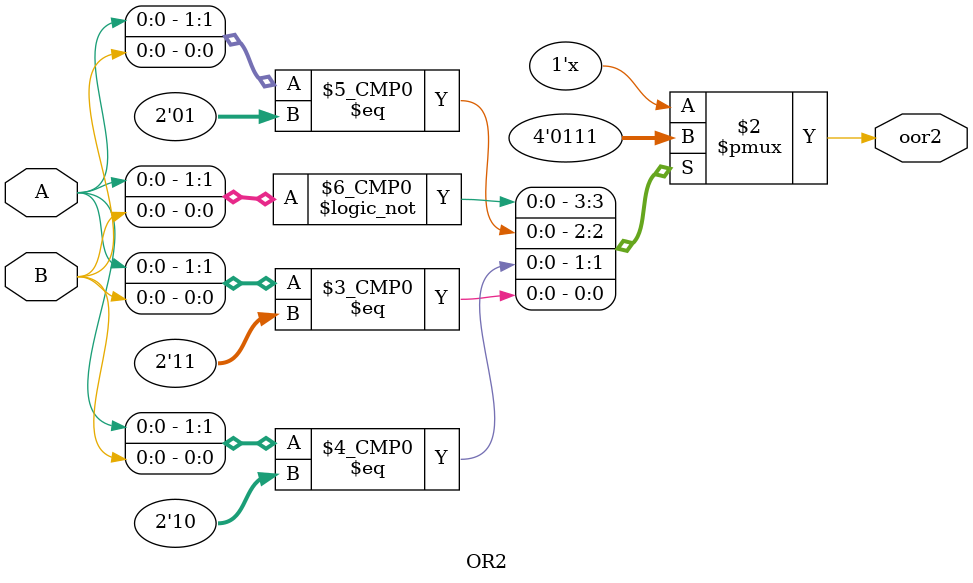
<source format=v>
module OR2 (output reg oor2, input A, B);
always @(A,B)//always is monitoring these inputs, this is the sensitivity list
    case ({A,B})//The curly braces is concatenating the values for these two inputs
                //this operates like a switch case
        2'b00:oor2=0;//2 is saying the number of 
        2'b01:oor2=1;
        2'b10:oor2=1;
        2'b11:oor2=1;
    endcase
endmodule
</source>
